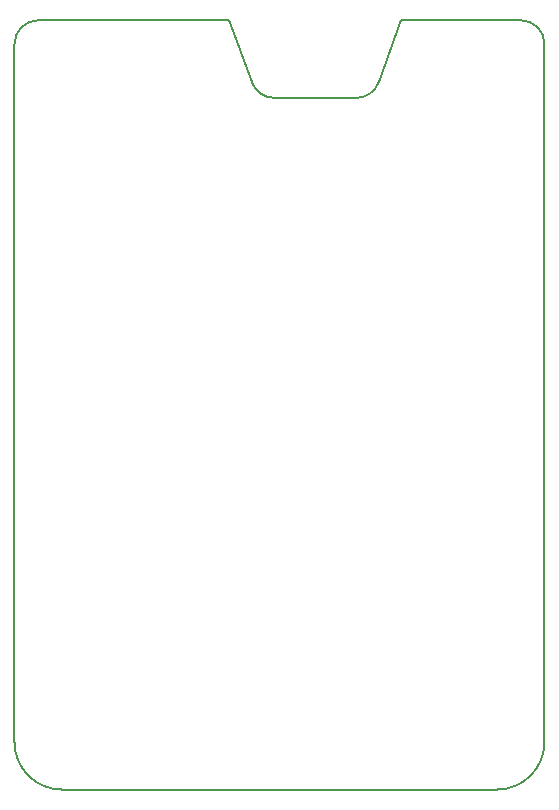
<source format=gm1>
G04 #@! TF.GenerationSoftware,KiCad,Pcbnew,5.0.1-33cea8e~68~ubuntu18.04.1*
G04 #@! TF.CreationDate,2018-11-08T20:55:39+01:00*
G04 #@! TF.ProjectId,MotherPCB,4D6F746865725043422E6B696361645F,rev?*
G04 #@! TF.SameCoordinates,Original*
G04 #@! TF.FileFunction,Profile,NP*
%FSLAX46Y46*%
G04 Gerber Fmt 4.6, Leading zero omitted, Abs format (unit mm)*
G04 Created by KiCad (PCBNEW 5.0.1-33cea8e~68~ubuntu18.04.1) date jue 08 nov 2018 20:55:39 CET*
%MOMM*%
%LPD*%
G01*
G04 APERTURE LIST*
%ADD10C,0.200000*%
G04 APERTURE END LIST*
D10*
X139773449Y-80161726D02*
X139773449Y-139293783D01*
X127629758Y-78161726D02*
X137773449Y-78161726D01*
X94907565Y-80161726D02*
G75*
G02X96907565Y-78161726I2000000J0D01*
G01*
X94907565Y-139293783D02*
X94907565Y-80161726D01*
X116876370Y-84730670D02*
G75*
G02X114994617Y-83408166I1J2000000D01*
G01*
X125740858Y-83408167D02*
G75*
G02X123859104Y-84730670I-1881754J677497D01*
G01*
X137773449Y-78161726D02*
G75*
G02X139773449Y-80161726I0J-2000000D01*
G01*
X113105717Y-78161726D02*
X114994617Y-83408166D01*
X139773449Y-139293783D02*
G75*
G02X135773449Y-143293783I-4000000J0D01*
G01*
X96907565Y-78161726D02*
X113105717Y-78161726D01*
X135773449Y-143293783D02*
X98907565Y-143293783D01*
X116876371Y-84730670D02*
X123859104Y-84730670D01*
X98907565Y-143293783D02*
G75*
G02X94907565Y-139293783I0J4000000D01*
G01*
X125740858Y-83408166D02*
X127629758Y-78161726D01*
M02*

</source>
